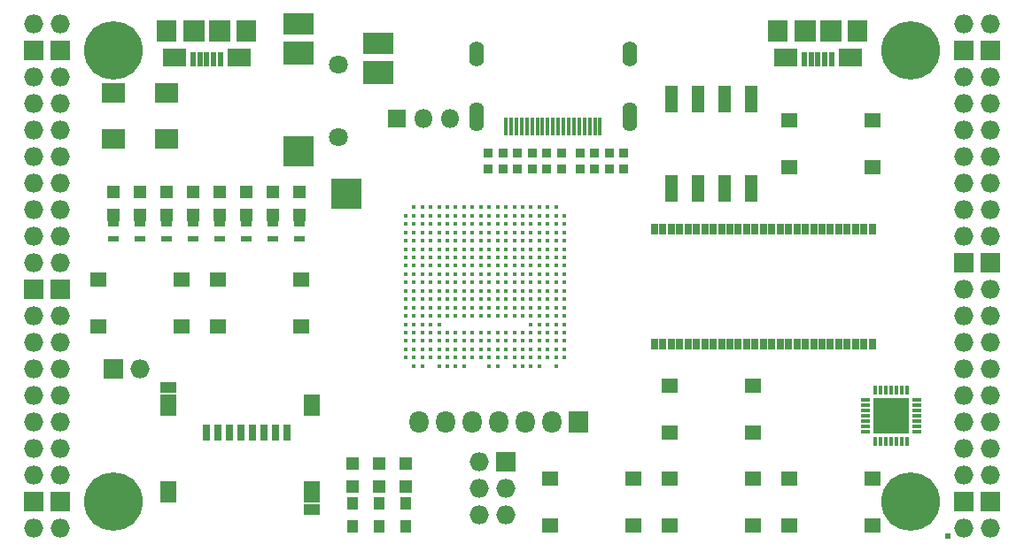
<source format=gts>
G04 #@! TF.GenerationSoftware,KiCad,Pcbnew,5.0.0-rc2-dev-unknown+dfsg1+20180318-2*
G04 #@! TF.CreationDate,2018-04-18T14:44:27+02:00*
G04 #@! TF.ProjectId,ulx3s,756C7833732E6B696361645F70636200,rev?*
G04 #@! TF.SameCoordinates,Original*
G04 #@! TF.FileFunction,Soldermask,Top*
G04 #@! TF.FilePolarity,Negative*
%FSLAX46Y46*%
G04 Gerber Fmt 4.6, Leading zero omitted, Abs format (unit mm)*
G04 Created by KiCad (PCBNEW 5.0.0-rc2-dev-unknown+dfsg1+20180318-2) date Wed Apr 18 14:44:27 2018*
%MOMM*%
%LPD*%
G01*
G04 APERTURE LIST*
%ADD10R,1.800000X1.800000*%
%ADD11O,1.800000X1.800000*%
%ADD12O,1.827200X1.827200*%
%ADD13R,1.827200X1.827200*%
%ADD14R,0.600000X0.600000*%
%ADD15C,5.600000*%
%ADD16R,1.000000X1.300000*%
%ADD17R,2.200000X1.700000*%
%ADD18R,2.000000X2.000000*%
%ADD19R,0.500000X1.450000*%
%ADD20R,1.900000X2.000000*%
%ADD21O,0.950000X0.400000*%
%ADD22O,0.400000X0.950000*%
%ADD23R,1.775000X1.775000*%
%ADD24R,1.827200X2.132000*%
%ADD25O,1.827200X2.132000*%
%ADD26R,1.650000X1.400000*%
%ADD27R,1.220000X2.540000*%
%ADD28C,0.430000*%
%ADD29R,1.300000X1.300000*%
%ADD30R,2.900000X2.100000*%
%ADD31R,2.900000X2.300000*%
%ADD32R,2.900000X2.900000*%
%ADD33C,1.800000*%
%ADD34O,1.400000X2.800000*%
%ADD35O,1.400000X2.400000*%
%ADD36R,0.350000X1.700000*%
%ADD37R,0.800000X1.600000*%
%ADD38R,1.550000X1.000000*%
%ADD39R,1.550000X2.100000*%
%ADD40R,2.300000X1.900000*%
%ADD41R,0.660000X1.000000*%
%ADD42R,1.000000X0.600000*%
%ADD43R,0.850000X0.900000*%
G04 APERTURE END LIST*
D10*
X130056000Y-71725000D03*
D11*
X132596000Y-71725000D03*
X135136000Y-71725000D03*
D12*
X97910000Y-62690000D03*
X95370000Y-62690000D03*
D13*
X97910000Y-65230000D03*
X95370000Y-65230000D03*
D12*
X97910000Y-67770000D03*
X95370000Y-67770000D03*
X97910000Y-70310000D03*
X95370000Y-70310000D03*
X97910000Y-72850000D03*
X95370000Y-72850000D03*
X97910000Y-75390000D03*
X95370000Y-75390000D03*
X97910000Y-77930000D03*
X95370000Y-77930000D03*
X97910000Y-80470000D03*
X95370000Y-80470000D03*
X97910000Y-83010000D03*
X95370000Y-83010000D03*
X97910000Y-85550000D03*
X95370000Y-85550000D03*
D13*
X97910000Y-88090000D03*
X95370000Y-88090000D03*
D12*
X97910000Y-90630000D03*
X95370000Y-90630000D03*
X97910000Y-93170000D03*
X95370000Y-93170000D03*
X97910000Y-95710000D03*
X95370000Y-95710000D03*
X97910000Y-98250000D03*
X95370000Y-98250000D03*
X97910000Y-100790000D03*
X95370000Y-100790000D03*
X97910000Y-103330000D03*
X95370000Y-103330000D03*
X97910000Y-105870000D03*
X95370000Y-105870000D03*
D13*
X97910000Y-108410000D03*
X95370000Y-108410000D03*
D12*
X97910000Y-110950000D03*
X95370000Y-110950000D03*
D14*
X182675150Y-111637626D03*
D12*
X184270000Y-110950000D03*
X186810000Y-110950000D03*
D13*
X184270000Y-108410000D03*
X186810000Y-108410000D03*
D12*
X184270000Y-105870000D03*
X186810000Y-105870000D03*
X184270000Y-103330000D03*
X186810000Y-103330000D03*
X184270000Y-100790000D03*
X186810000Y-100790000D03*
X184270000Y-98250000D03*
X186810000Y-98250000D03*
X184270000Y-95710000D03*
X186810000Y-95710000D03*
X184270000Y-93170000D03*
X186810000Y-93170000D03*
X184270000Y-90630000D03*
X186810000Y-90630000D03*
X184270000Y-88090000D03*
X186810000Y-88090000D03*
D13*
X184270000Y-85550000D03*
X186810000Y-85550000D03*
D12*
X184270000Y-83010000D03*
X186810000Y-83010000D03*
X184270000Y-80470000D03*
X186810000Y-80470000D03*
X184270000Y-77930000D03*
X186810000Y-77930000D03*
X184270000Y-75390000D03*
X186810000Y-75390000D03*
X184270000Y-72850000D03*
X186810000Y-72850000D03*
X184270000Y-70310000D03*
X186810000Y-70310000D03*
X184270000Y-67770000D03*
X186810000Y-67770000D03*
D13*
X184270000Y-65230000D03*
X186810000Y-65230000D03*
D12*
X184270000Y-62690000D03*
X186810000Y-62690000D03*
D15*
X102990000Y-108410000D03*
X179190000Y-108410000D03*
X179190000Y-65230000D03*
X102990000Y-65230000D03*
D13*
X102990000Y-95710000D03*
D12*
X105530000Y-95710000D03*
D16*
X128390000Y-108580000D03*
X128390000Y-110780000D03*
X130930000Y-110780000D03*
X130930000Y-108580000D03*
D17*
X114980000Y-65875000D03*
X108780000Y-65875000D03*
D18*
X113080000Y-63325000D03*
X110680000Y-63325000D03*
D19*
X113180000Y-66000000D03*
X112530000Y-66000000D03*
X111880000Y-66000000D03*
X111230000Y-66000000D03*
X110580000Y-66000000D03*
D20*
X115680000Y-63325000D03*
X108080000Y-63325000D03*
D17*
X173400000Y-65875000D03*
X167200000Y-65875000D03*
D18*
X171500000Y-63325000D03*
X169100000Y-63325000D03*
D19*
X171600000Y-66000000D03*
X170950000Y-66000000D03*
X170300000Y-66000000D03*
X169650000Y-66000000D03*
X169000000Y-66000000D03*
D20*
X174100000Y-63325000D03*
X166500000Y-63325000D03*
D13*
X140455000Y-104600000D03*
D12*
X137915000Y-104600000D03*
X140455000Y-107140000D03*
X137915000Y-107140000D03*
X140455000Y-109680000D03*
X137915000Y-109680000D03*
D21*
X179735000Y-101655000D03*
X179735000Y-101155000D03*
X179735000Y-100655000D03*
X179735000Y-100155000D03*
X179735000Y-99655000D03*
X179735000Y-99155000D03*
X179735000Y-98655000D03*
D22*
X178785000Y-97705000D03*
X178285000Y-97705000D03*
X177785000Y-97705000D03*
X177285000Y-97705000D03*
X176785000Y-97705000D03*
X176285000Y-97705000D03*
X175785000Y-97705000D03*
D21*
X174835000Y-98655000D03*
X174835000Y-99155000D03*
X174835000Y-99655000D03*
X174835000Y-100155000D03*
X174835000Y-100655000D03*
X174835000Y-101155000D03*
X174835000Y-101655000D03*
D22*
X175785000Y-102605000D03*
X176285000Y-102605000D03*
X176785000Y-102605000D03*
X177285000Y-102605000D03*
X177785000Y-102605000D03*
X178285000Y-102605000D03*
X178785000Y-102605000D03*
D23*
X176447500Y-99317500D03*
X176447500Y-100992500D03*
X178122500Y-99317500D03*
X178122500Y-100992500D03*
D24*
X147440000Y-100790000D03*
D25*
X144900000Y-100790000D03*
X142360000Y-100790000D03*
X139820000Y-100790000D03*
X137280000Y-100790000D03*
X134740000Y-100790000D03*
X132200000Y-100790000D03*
D26*
X175550000Y-71870000D03*
X175550000Y-76370000D03*
X167590000Y-76370000D03*
X167590000Y-71870000D03*
X101550000Y-91610000D03*
X101550000Y-87110000D03*
X109510000Y-87110000D03*
X109510000Y-91610000D03*
X112980000Y-91610000D03*
X112980000Y-87110000D03*
X120940000Y-87110000D03*
X120940000Y-91610000D03*
X156160000Y-101770000D03*
X156160000Y-97270000D03*
X164120000Y-97270000D03*
X164120000Y-101770000D03*
X164120000Y-106160000D03*
X164120000Y-110660000D03*
X156160000Y-110660000D03*
X156160000Y-106160000D03*
X152690000Y-106160000D03*
X152690000Y-110660000D03*
X144730000Y-110660000D03*
X144730000Y-106160000D03*
X175550000Y-106160000D03*
X175550000Y-110660000D03*
X167590000Y-110660000D03*
X167590000Y-106160000D03*
D27*
X156330000Y-78425000D03*
X163950000Y-69815000D03*
X158870000Y-78425000D03*
X161410000Y-69815000D03*
X161410000Y-78425000D03*
X158870000Y-69815000D03*
X163950000Y-78425000D03*
X156330000Y-69815000D03*
D28*
X131680000Y-80200000D03*
X132480000Y-80200000D03*
X133280000Y-80200000D03*
X134080000Y-80200000D03*
X134880000Y-80200000D03*
X135680000Y-80200000D03*
X136480000Y-80200000D03*
X137280000Y-80200000D03*
X138080000Y-80200000D03*
X138880000Y-80200000D03*
X139680000Y-80200000D03*
X140480000Y-80200000D03*
X141280000Y-80200000D03*
X142080000Y-80200000D03*
X142880000Y-80200000D03*
X143680000Y-80200000D03*
X144480000Y-80200000D03*
X145280000Y-80200000D03*
X130880000Y-81000000D03*
X131680000Y-81000000D03*
X132480000Y-81000000D03*
X133280000Y-81000000D03*
X134080000Y-81000000D03*
X134880000Y-81000000D03*
X135680000Y-81000000D03*
X136480000Y-81000000D03*
X137280000Y-81000000D03*
X138080000Y-81000000D03*
X138880000Y-81000000D03*
X139680000Y-81000000D03*
X140480000Y-81000000D03*
X141280000Y-81000000D03*
X142080000Y-81000000D03*
X142880000Y-81000000D03*
X143680000Y-81000000D03*
X144480000Y-81000000D03*
X145280000Y-81000000D03*
X146080000Y-81000000D03*
X130880000Y-81800000D03*
X131680000Y-81800000D03*
X132480000Y-81800000D03*
X133280000Y-81800000D03*
X134080000Y-81800000D03*
X134880000Y-81800000D03*
X135680000Y-81800000D03*
X136480000Y-81800000D03*
X137280000Y-81800000D03*
X138080000Y-81800000D03*
X138880000Y-81800000D03*
X139680000Y-81800000D03*
X140480000Y-81800000D03*
X141280000Y-81800000D03*
X142080000Y-81800000D03*
X142880000Y-81800000D03*
X143680000Y-81800000D03*
X144480000Y-81800000D03*
X145280000Y-81800000D03*
X146080000Y-81800000D03*
X130880000Y-82600000D03*
X131680000Y-82600000D03*
X132480000Y-82600000D03*
X133280000Y-82600000D03*
X134080000Y-82600000D03*
X134880000Y-82600000D03*
X135680000Y-82600000D03*
X136480000Y-82600000D03*
X137280000Y-82600000D03*
X138080000Y-82600000D03*
X138880000Y-82600000D03*
X139680000Y-82600000D03*
X140480000Y-82600000D03*
X141280000Y-82600000D03*
X142080000Y-82600000D03*
X142880000Y-82600000D03*
X143680000Y-82600000D03*
X144480000Y-82600000D03*
X145280000Y-82600000D03*
X146080000Y-82600000D03*
X130880000Y-83400000D03*
X131680000Y-83400000D03*
X132480000Y-83400000D03*
X133280000Y-83400000D03*
X134080000Y-83400000D03*
X134880000Y-83400000D03*
X135680000Y-83400000D03*
X136480000Y-83400000D03*
X137280000Y-83400000D03*
X138080000Y-83400000D03*
X138880000Y-83400000D03*
X139680000Y-83400000D03*
X140480000Y-83400000D03*
X141280000Y-83400000D03*
X142080000Y-83400000D03*
X142880000Y-83400000D03*
X143680000Y-83400000D03*
X144480000Y-83400000D03*
X145280000Y-83400000D03*
X146080000Y-83400000D03*
X130880000Y-84200000D03*
X131680000Y-84200000D03*
X132480000Y-84200000D03*
X133280000Y-84200000D03*
X134080000Y-84200000D03*
X134880000Y-84200000D03*
X135680000Y-84200000D03*
X136480000Y-84200000D03*
X137280000Y-84200000D03*
X138080000Y-84200000D03*
X138880000Y-84200000D03*
X139680000Y-84200000D03*
X140480000Y-84200000D03*
X141280000Y-84200000D03*
X142080000Y-84200000D03*
X142880000Y-84200000D03*
X143680000Y-84200000D03*
X144480000Y-84200000D03*
X145280000Y-84200000D03*
X146080000Y-84200000D03*
X130880000Y-85000000D03*
X131680000Y-85000000D03*
X132480000Y-85000000D03*
X133280000Y-85000000D03*
X134080000Y-85000000D03*
X134880000Y-85000000D03*
X135680000Y-85000000D03*
X136480000Y-85000000D03*
X137280000Y-85000000D03*
X138080000Y-85000000D03*
X138880000Y-85000000D03*
X139680000Y-85000000D03*
X140480000Y-85000000D03*
X141280000Y-85000000D03*
X142080000Y-85000000D03*
X142880000Y-85000000D03*
X143680000Y-85000000D03*
X144480000Y-85000000D03*
X145280000Y-85000000D03*
X146080000Y-85000000D03*
X130880000Y-85800000D03*
X131680000Y-85800000D03*
X132480000Y-85800000D03*
X133280000Y-85800000D03*
X134080000Y-85800000D03*
X134880000Y-85800000D03*
X135680000Y-85800000D03*
X136480000Y-85800000D03*
X137280000Y-85800000D03*
X138080000Y-85800000D03*
X138880000Y-85800000D03*
X139680000Y-85800000D03*
X140480000Y-85800000D03*
X141280000Y-85800000D03*
X142080000Y-85800000D03*
X142880000Y-85800000D03*
X143680000Y-85800000D03*
X144480000Y-85800000D03*
X145280000Y-85800000D03*
X146080000Y-85800000D03*
X130880000Y-86600000D03*
X131680000Y-86600000D03*
X132480000Y-86600000D03*
X133280000Y-86600000D03*
X134080000Y-86600000D03*
X134880000Y-86600000D03*
X135680000Y-86600000D03*
X136480000Y-86600000D03*
X137280000Y-86600000D03*
X138080000Y-86600000D03*
X138880000Y-86600000D03*
X139680000Y-86600000D03*
X140480000Y-86600000D03*
X141280000Y-86600000D03*
X142080000Y-86600000D03*
X142880000Y-86600000D03*
X143680000Y-86600000D03*
X144480000Y-86600000D03*
X145280000Y-86600000D03*
X146080000Y-86600000D03*
X130880000Y-87400000D03*
X131680000Y-87400000D03*
X132480000Y-87400000D03*
X133280000Y-87400000D03*
X134080000Y-87400000D03*
X134880000Y-87400000D03*
X135680000Y-87400000D03*
X136480000Y-87400000D03*
X137280000Y-87400000D03*
X138080000Y-87400000D03*
X138880000Y-87400000D03*
X139680000Y-87400000D03*
X140480000Y-87400000D03*
X141280000Y-87400000D03*
X142080000Y-87400000D03*
X142880000Y-87400000D03*
X143680000Y-87400000D03*
X144480000Y-87400000D03*
X145280000Y-87400000D03*
X146080000Y-87400000D03*
X130880000Y-88200000D03*
X131680000Y-88200000D03*
X132480000Y-88200000D03*
X133280000Y-88200000D03*
X134080000Y-88200000D03*
X134880000Y-88200000D03*
X135680000Y-88200000D03*
X136480000Y-88200000D03*
X137280000Y-88200000D03*
X138080000Y-88200000D03*
X138880000Y-88200000D03*
X139680000Y-88200000D03*
X140480000Y-88200000D03*
X141280000Y-88200000D03*
X142080000Y-88200000D03*
X142880000Y-88200000D03*
X143680000Y-88200000D03*
X144480000Y-88200000D03*
X145280000Y-88200000D03*
X146080000Y-88200000D03*
X130880000Y-89000000D03*
X131680000Y-89000000D03*
X132480000Y-89000000D03*
X133280000Y-89000000D03*
X134080000Y-89000000D03*
X134880000Y-89000000D03*
X135680000Y-89000000D03*
X136480000Y-89000000D03*
X137280000Y-89000000D03*
X138080000Y-89000000D03*
X138880000Y-89000000D03*
X139680000Y-89000000D03*
X140480000Y-89000000D03*
X141280000Y-89000000D03*
X142080000Y-89000000D03*
X142880000Y-89000000D03*
X143680000Y-89000000D03*
X144480000Y-89000000D03*
X145280000Y-89000000D03*
X146080000Y-89000000D03*
X130880000Y-89800000D03*
X131680000Y-89800000D03*
X132480000Y-89800000D03*
X133280000Y-89800000D03*
X134080000Y-89800000D03*
X134880000Y-89800000D03*
X135680000Y-89800000D03*
X136480000Y-89800000D03*
X137280000Y-89800000D03*
X138080000Y-89800000D03*
X138880000Y-89800000D03*
X139680000Y-89800000D03*
X140480000Y-89800000D03*
X141280000Y-89800000D03*
X142080000Y-89800000D03*
X142880000Y-89800000D03*
X143680000Y-89800000D03*
X144480000Y-89800000D03*
X145280000Y-89800000D03*
X146080000Y-89800000D03*
X130880000Y-90600000D03*
X131680000Y-90600000D03*
X132480000Y-90600000D03*
X133280000Y-90600000D03*
X134080000Y-90600000D03*
X134880000Y-90600000D03*
X135680000Y-90600000D03*
X136480000Y-90600000D03*
X137280000Y-90600000D03*
X138080000Y-90600000D03*
X138880000Y-90600000D03*
X139680000Y-90600000D03*
X140480000Y-90600000D03*
X141280000Y-90600000D03*
X142080000Y-90600000D03*
X142880000Y-90600000D03*
X143680000Y-90600000D03*
X144480000Y-90600000D03*
X145280000Y-90600000D03*
X146080000Y-90600000D03*
X130880000Y-91400000D03*
X131680000Y-91400000D03*
X132480000Y-91400000D03*
X133280000Y-91400000D03*
X134080000Y-91400000D03*
X142880000Y-91400000D03*
X143680000Y-91400000D03*
X144480000Y-91400000D03*
X145280000Y-91400000D03*
X146080000Y-91400000D03*
X130880000Y-92200000D03*
X131680000Y-92200000D03*
X132480000Y-92200000D03*
X133280000Y-92200000D03*
X134080000Y-92200000D03*
X134880000Y-92200000D03*
X135680000Y-92200000D03*
X136480000Y-92200000D03*
X137280000Y-92200000D03*
X138080000Y-92200000D03*
X138880000Y-92200000D03*
X139680000Y-92200000D03*
X140480000Y-92200000D03*
X141280000Y-92200000D03*
X142080000Y-92200000D03*
X142880000Y-92200000D03*
X143680000Y-92200000D03*
X144480000Y-92200000D03*
X145280000Y-92200000D03*
X146080000Y-92200000D03*
X130880000Y-93000000D03*
X131680000Y-93000000D03*
X132480000Y-93000000D03*
X133280000Y-93000000D03*
X134080000Y-93000000D03*
X134880000Y-93000000D03*
X135680000Y-93000000D03*
X136480000Y-93000000D03*
X137280000Y-93000000D03*
X138080000Y-93000000D03*
X138880000Y-93000000D03*
X139680000Y-93000000D03*
X140480000Y-93000000D03*
X141280000Y-93000000D03*
X142080000Y-93000000D03*
X142880000Y-93000000D03*
X143680000Y-93000000D03*
X144480000Y-93000000D03*
X145280000Y-93000000D03*
X146080000Y-93000000D03*
X130880000Y-93800000D03*
X131680000Y-93800000D03*
X132480000Y-93800000D03*
X133280000Y-93800000D03*
X134080000Y-93800000D03*
X134880000Y-93800000D03*
X135680000Y-93800000D03*
X136480000Y-93800000D03*
X137280000Y-93800000D03*
X138080000Y-93800000D03*
X138880000Y-93800000D03*
X139680000Y-93800000D03*
X140480000Y-93800000D03*
X141280000Y-93800000D03*
X142080000Y-93800000D03*
X142880000Y-93800000D03*
X143680000Y-93800000D03*
X144480000Y-93800000D03*
X145280000Y-93800000D03*
X146080000Y-93800000D03*
X130880000Y-94600000D03*
X131680000Y-94600000D03*
X132480000Y-94600000D03*
X133280000Y-94600000D03*
X134080000Y-94600000D03*
X134880000Y-94600000D03*
X135680000Y-94600000D03*
X136480000Y-94600000D03*
X137280000Y-94600000D03*
X138080000Y-94600000D03*
X138880000Y-94600000D03*
X139680000Y-94600000D03*
X140480000Y-94600000D03*
X141280000Y-94600000D03*
X142080000Y-94600000D03*
X142880000Y-94600000D03*
X143680000Y-94600000D03*
X144480000Y-94600000D03*
X145280000Y-94600000D03*
X146080000Y-94600000D03*
X131680000Y-95400000D03*
X132480000Y-95400000D03*
X134080000Y-95400000D03*
X134880000Y-95400000D03*
X135680000Y-95400000D03*
X136480000Y-95400000D03*
X138880000Y-95400000D03*
X139680000Y-95400000D03*
X141280000Y-95400000D03*
X142080000Y-95400000D03*
X142880000Y-95400000D03*
X143680000Y-95400000D03*
X145280000Y-95400000D03*
D29*
X125850000Y-104770000D03*
X125850000Y-106970000D03*
D16*
X125850000Y-108580000D03*
X125850000Y-110780000D03*
D29*
X128390000Y-104770000D03*
X128390000Y-106970000D03*
X120770000Y-80935000D03*
X120770000Y-78735000D03*
X118230000Y-80935000D03*
X118230000Y-78735000D03*
X115690000Y-80935000D03*
X115690000Y-78735000D03*
X113150000Y-80935000D03*
X113150000Y-78735000D03*
X110610000Y-80935000D03*
X110610000Y-78735000D03*
X108070000Y-80935000D03*
X108070000Y-78735000D03*
X105530000Y-80935000D03*
X105530000Y-78735000D03*
X102990000Y-80935000D03*
X102990000Y-78735000D03*
X130930000Y-104770000D03*
X130930000Y-106970000D03*
D30*
X120668000Y-62618000D03*
D31*
X120668000Y-65418000D03*
D32*
X120668000Y-74818000D03*
X125218000Y-78918000D03*
D31*
X128268000Y-67318000D03*
D30*
X128268000Y-64518000D03*
D33*
X124468000Y-66518000D03*
X124468000Y-73518000D03*
D34*
X152280000Y-71550000D03*
X137680000Y-71550000D03*
D35*
X137680000Y-65500000D03*
D36*
X140480000Y-72500000D03*
X140980000Y-72500000D03*
X141480000Y-72500000D03*
X141980000Y-72500000D03*
X142480000Y-72500000D03*
X142980000Y-72500000D03*
X143480000Y-72500000D03*
X143980000Y-72500000D03*
X144480000Y-72500000D03*
X144980000Y-72500000D03*
X145480000Y-72500000D03*
X145980000Y-72500000D03*
X146480000Y-72500000D03*
X146980000Y-72500000D03*
X147480000Y-72500000D03*
X147980000Y-72500000D03*
X148480000Y-72500000D03*
X148980000Y-72500000D03*
X149480000Y-72500000D03*
D35*
X152280000Y-65500000D03*
D37*
X111850000Y-101750000D03*
X112950000Y-101750000D03*
X114050000Y-101750000D03*
X115150000Y-101750000D03*
X116250000Y-101750000D03*
X117350000Y-101750000D03*
X118450000Y-101750000D03*
X119550000Y-101750000D03*
D38*
X108175000Y-97450000D03*
X121925000Y-109150000D03*
D39*
X121925000Y-99150000D03*
X108175000Y-99150000D03*
X108175000Y-107450000D03*
X121925000Y-107450000D03*
D40*
X108040000Y-69220000D03*
X102960000Y-69220000D03*
X102960000Y-73620000D03*
X108040000Y-73620000D03*
D41*
X175493000Y-82270000D03*
X154693000Y-93330000D03*
X155493000Y-93330000D03*
X156293000Y-93330000D03*
X157093000Y-93330000D03*
X157893000Y-93330000D03*
X158693000Y-93330000D03*
X159493000Y-93330000D03*
X160293000Y-93330000D03*
X161093000Y-93330000D03*
X161893000Y-93330000D03*
X162693000Y-93330000D03*
X163493000Y-93330000D03*
X164293000Y-93330000D03*
X165093000Y-93330000D03*
X165893000Y-93330000D03*
X166693000Y-93330000D03*
X167493000Y-93330000D03*
X168293000Y-93330000D03*
X169093000Y-93330000D03*
X169893000Y-93330000D03*
X170693000Y-93330000D03*
X171493000Y-93330000D03*
X172293000Y-93330000D03*
X173093000Y-93330000D03*
X173893000Y-93330000D03*
X174693000Y-93330000D03*
X175493000Y-93330000D03*
X174693000Y-82270000D03*
X173893000Y-82270000D03*
X173093000Y-82270000D03*
X172293000Y-82270000D03*
X171493000Y-82270000D03*
X170693000Y-82270000D03*
X169893000Y-82270000D03*
X169093000Y-82270000D03*
X168293000Y-82270000D03*
X167493000Y-82270000D03*
X166693000Y-82270000D03*
X165893000Y-82270000D03*
X165093000Y-82270000D03*
X164293000Y-82270000D03*
X163493000Y-82270000D03*
X162693000Y-82270000D03*
X161893000Y-82270000D03*
X161093000Y-82270000D03*
X160293000Y-82270000D03*
X159493000Y-82270000D03*
X158693000Y-82270000D03*
X157893000Y-82270000D03*
X157093000Y-82270000D03*
X156293000Y-82270000D03*
X155493000Y-82270000D03*
X154693000Y-82270000D03*
D42*
X120770000Y-83252000D03*
X120770000Y-81752000D03*
X118230000Y-83252000D03*
X118230000Y-81752000D03*
X115690000Y-83252000D03*
X115690000Y-81752000D03*
X113150000Y-83252000D03*
X113150000Y-81752000D03*
X110610000Y-83252000D03*
X110610000Y-81752000D03*
X108070000Y-83252000D03*
X108070000Y-81752000D03*
X105530000Y-83252000D03*
X105530000Y-81752000D03*
X102990000Y-83252000D03*
X102990000Y-81752000D03*
D43*
X150361000Y-75021000D03*
X150361000Y-76521000D03*
X151758000Y-75021000D03*
X151758000Y-76521000D03*
X140201000Y-75021000D03*
X140201000Y-76521000D03*
X142995000Y-75021000D03*
X142995000Y-76521000D03*
X145789000Y-75021000D03*
X145789000Y-76521000D03*
X148964000Y-75021000D03*
X148964000Y-76521000D03*
X138804000Y-75021000D03*
X138804000Y-76521000D03*
X141598000Y-75021000D03*
X141598000Y-76521000D03*
X144392000Y-75021000D03*
X144392000Y-76521000D03*
X147567000Y-75009000D03*
X147567000Y-76509000D03*
M02*

</source>
